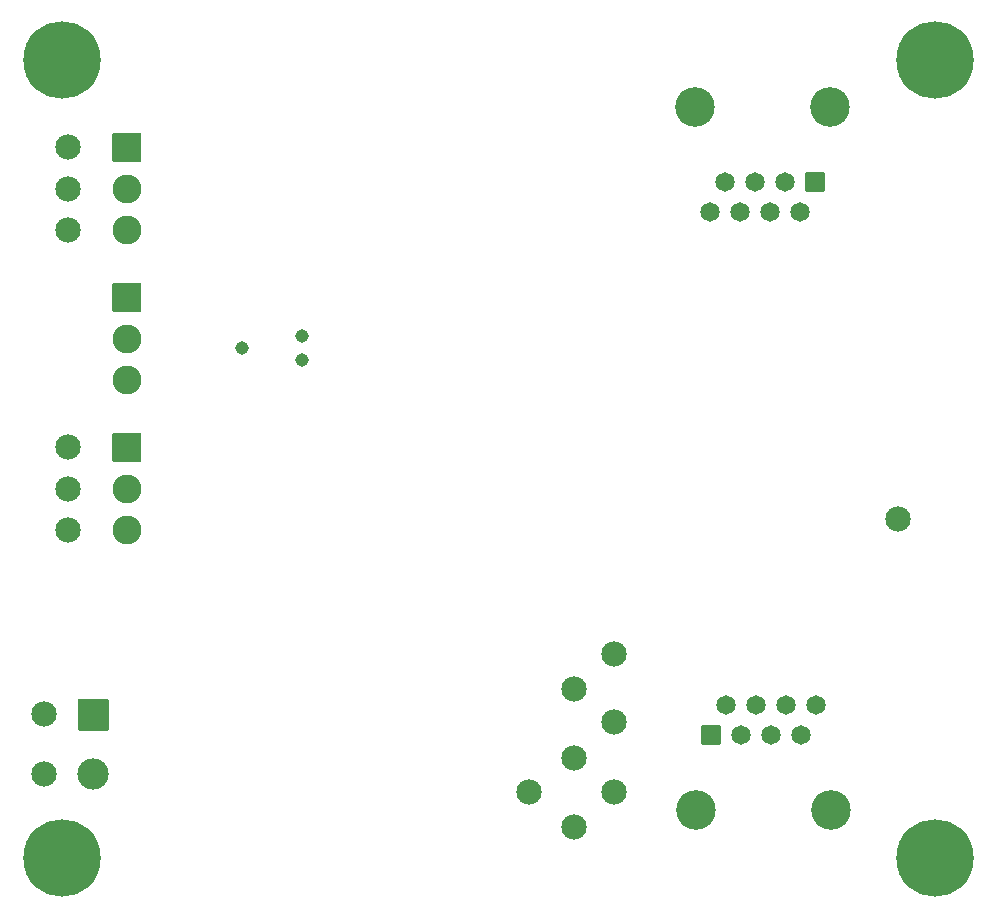
<source format=gbs>
G04 #@! TF.GenerationSoftware,KiCad,Pcbnew,6.0.2+dfsg-1*
G04 #@! TF.CreationDate,2024-06-30T21:42:03-06:00*
G04 #@! TF.ProjectId,mss-cascade-basic,6d73732d-6361-4736-9361-64652d626173,rev?*
G04 #@! TF.SameCoordinates,Original*
G04 #@! TF.FileFunction,Soldermask,Bot*
G04 #@! TF.FilePolarity,Negative*
%FSLAX46Y46*%
G04 Gerber Fmt 4.6, Leading zero omitted, Abs format (unit mm)*
G04 Created by KiCad (PCBNEW 6.0.2+dfsg-1) date 2024-06-30 21:42:03*
%MOMM*%
%LPD*%
G01*
G04 APERTURE LIST*
%ADD10C,6.552400*%
%ADD11C,2.652400*%
%ADD12C,2.452400*%
%ADD13C,3.352400*%
%ADD14C,1.652400*%
%ADD15C,1.143000*%
%ADD16C,2.152400*%
G04 APERTURE END LIST*
D10*
X103632000Y-187452000D03*
X103632000Y-119888000D03*
G36*
G01*
X31089000Y-173973800D02*
X33589000Y-173973800D01*
G75*
G02*
X33665200Y-174050000I0J-76200D01*
G01*
X33665200Y-176550000D01*
G75*
G02*
X33589000Y-176626200I-76200J0D01*
G01*
X31089000Y-176626200D01*
G75*
G02*
X31012800Y-176550000I0J76200D01*
G01*
X31012800Y-174050000D01*
G75*
G02*
X31089000Y-173973800I76200J0D01*
G01*
G37*
D11*
X32339000Y-180300000D03*
G36*
G01*
X34029000Y-126027800D02*
X36329000Y-126027800D01*
G75*
G02*
X36405200Y-126104000I0J-76200D01*
G01*
X36405200Y-128404000D01*
G75*
G02*
X36329000Y-128480200I-76200J0D01*
G01*
X34029000Y-128480200D01*
G75*
G02*
X33952800Y-128404000I0J76200D01*
G01*
X33952800Y-126104000D01*
G75*
G02*
X34029000Y-126027800I76200J0D01*
G01*
G37*
D12*
X35179000Y-130754000D03*
X35179000Y-134254000D03*
G36*
G01*
X34029000Y-151427800D02*
X36329000Y-151427800D01*
G75*
G02*
X36405200Y-151504000I0J-76200D01*
G01*
X36405200Y-153804000D01*
G75*
G02*
X36329000Y-153880200I-76200J0D01*
G01*
X34029000Y-153880200D01*
G75*
G02*
X33952800Y-153804000I0J76200D01*
G01*
X33952800Y-151504000D01*
G75*
G02*
X34029000Y-151427800I76200J0D01*
G01*
G37*
X35179000Y-156154000D03*
X35179000Y-159654000D03*
G36*
G01*
X34029000Y-138727800D02*
X36329000Y-138727800D01*
G75*
G02*
X36405200Y-138804000I0J-76200D01*
G01*
X36405200Y-141104000D01*
G75*
G02*
X36329000Y-141180200I-76200J0D01*
G01*
X34029000Y-141180200D01*
G75*
G02*
X33952800Y-141104000I0J76200D01*
G01*
X33952800Y-138804000D01*
G75*
G02*
X34029000Y-138727800I76200J0D01*
G01*
G37*
X35179000Y-143454000D03*
X35179000Y-146954000D03*
D13*
X94706500Y-123845000D03*
X83276500Y-123845000D03*
G36*
G01*
X94262700Y-129445000D02*
X94262700Y-130945000D01*
G75*
G02*
X94186500Y-131021200I-76200J0D01*
G01*
X92686500Y-131021200D01*
G75*
G02*
X92610300Y-130945000I0J76200D01*
G01*
X92610300Y-129445000D01*
G75*
G02*
X92686500Y-129368800I76200J0D01*
G01*
X94186500Y-129368800D01*
G75*
G02*
X94262700Y-129445000I0J-76200D01*
G01*
G37*
D14*
X92166500Y-132735000D03*
X90896500Y-130195000D03*
X89626500Y-132735000D03*
X88356500Y-130195000D03*
X87086500Y-132735000D03*
X85816500Y-130195000D03*
X84546500Y-132735000D03*
D10*
X29718000Y-187452000D03*
X29718000Y-119888000D03*
D13*
X94777500Y-183368000D03*
X83347500Y-183368000D03*
G36*
G01*
X83791300Y-177768000D02*
X83791300Y-176268000D01*
G75*
G02*
X83867500Y-176191800I76200J0D01*
G01*
X85367500Y-176191800D01*
G75*
G02*
X85443700Y-176268000I0J-76200D01*
G01*
X85443700Y-177768000D01*
G75*
G02*
X85367500Y-177844200I-76200J0D01*
G01*
X83867500Y-177844200D01*
G75*
G02*
X83791300Y-177768000I0J76200D01*
G01*
G37*
D14*
X85887500Y-174478000D03*
X87157500Y-177018000D03*
X88427500Y-174478000D03*
X89697500Y-177018000D03*
X90967500Y-174478000D03*
X92237500Y-177018000D03*
X93507500Y-174478000D03*
D15*
X44958000Y-144272000D03*
X50038000Y-143256000D03*
X50038000Y-145288000D03*
D16*
X73025000Y-184785000D03*
X30226000Y-127254000D03*
X76454000Y-175895000D03*
X30226000Y-156210000D03*
X30226000Y-130810000D03*
X73025000Y-178943000D03*
X73025000Y-173101000D03*
X69215000Y-181864000D03*
X76454000Y-181864000D03*
X30226000Y-159639000D03*
X28194000Y-175260000D03*
X28194000Y-180340000D03*
X30226000Y-152654000D03*
X76454000Y-170180000D03*
X100457000Y-158750000D03*
X30226000Y-134239000D03*
M02*

</source>
